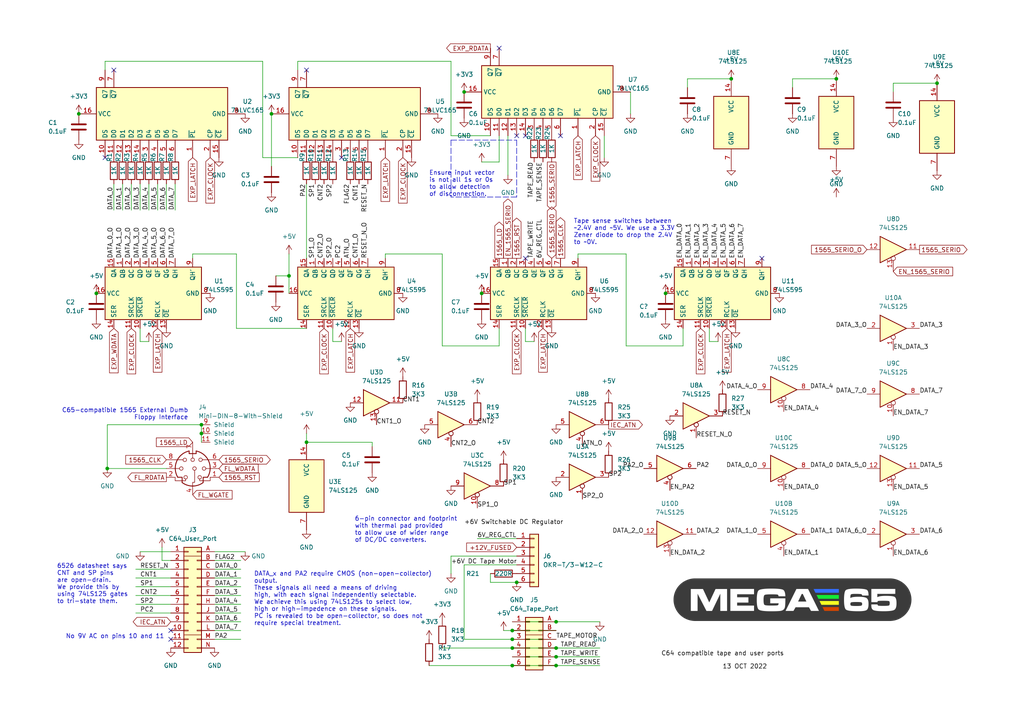
<source format=kicad_sch>
(kicad_sch (version 20211123) (generator eeschema)
  (paper "A4")
  (junction (at 242.57 22.86))
  (junction (at 161.29 180.34))
  (junction (at 149.86 168.91))
  (junction (at 22.86 33.02))
  (junction (at 58.42 125.73))
  (junction (at 161.29 187.96))
  (junction (at 58.42 123.19))
  (junction (at 161.29 190.5))
  (junction (at 161.29 193.04))
  (junction (at 271.78 24.13))
  (junction (at 31.115 135.89))
  (junction (at 134.62 26.67))
  (junction (at 139.7 85.09))
  (junction (at 148.59 185.42))
  (junction (at 148.59 193.04))
  (junction (at 193.04 85.09))
  (junction (at 27.94 85.09))
  (junction (at 83.82 80.01))
  (junction (at 88.9 128.27))
  (junction (at 212.09 22.86))
  (junction (at 148.59 187.96))
  (junction (at 148.59 182.88))
  (junction (at 78.74 33.02))
  (no_connect (at 162.56 39.37))
  (no_connect (at 88.9 20.32))
  (no_connect (at 144.78 13.97))
  (no_connect (at 33.02 20.32))
  (no_connect (at 30.48 45.72))
  (no_connect (at 149.86 39.37))
  (no_connect (at 152.4 39.37))
  (no_connect (at 99.06 45.72))
  (no_connect (at 152.4 74.93))
  (no_connect (at 49.53 182.88))
  (no_connect (at 49.53 185.42))
  (no_connect (at 220.98 74.93))
  (wire (pts (xy 43.18 99.06) (xy 40.64 99.06)))
  (wire (pts (xy 148.59 187.96) (xy 161.29 187.96)))
  (wire (pts (xy 62.23 172.72) (xy 69.85 172.72)))
  (wire (pts (xy 259.08 26.67) (xy 259.08 24.13)))
  (wire (pts (xy 31.115 123.19) (xy 31.115 135.89)))
  (wire (pts (xy 181.61 73.66) (xy 181.61 100.33)))
  (wire (pts (xy 58.42 123.19) (xy 31.115 123.19)))
  (wire (pts (xy 181.61 100.33) (xy 198.12 100.33)))
  (wire (pts (xy 62.23 185.42) (xy 69.85 185.42)))
  (wire (pts (xy 205.74 95.25) (xy 205.74 99.06)))
  (wire (pts (xy 124.46 193.04) (xy 148.59 193.04)))
  (wire (pts (xy 58.42 125.73) (xy 58.42 123.19)))
  (wire (pts (xy 62.23 182.88) (xy 69.85 182.88)))
  (wire (pts (xy 111.76 74.93) (xy 111.76 73.66)))
  (wire (pts (xy 86.36 17.78) (xy 130.81 17.78)))
  (wire (pts (xy 199.39 25.4) (xy 199.39 22.86)))
  (wire (pts (xy 40.64 60.96) (xy 40.64 53.34)))
  (wire (pts (xy 30.48 17.78) (xy 76.2 17.78)))
  (wire (pts (xy 142.24 168.91) (xy 149.86 168.91)))
  (wire (pts (xy 107.95 129.54) (xy 107.95 128.27)))
  (wire (pts (xy 229.87 25.4) (xy 229.87 22.86)))
  (wire (pts (xy 134.62 185.42) (xy 148.59 185.42)))
  (wire (pts (xy 167.64 74.93) (xy 167.64 73.66)))
  (wire (pts (xy 68.58 73.66) (xy 68.58 95.25)))
  (wire (pts (xy 148.59 182.88) (xy 161.29 182.88)))
  (polyline (pts (xy 149.86 57.15) (xy 130.81 57.15)))
  (wire (pts (xy 138.43 156.21) (xy 149.86 156.21)))
  (wire (pts (xy 142.24 166.37) (xy 142.24 168.91)))
  (wire (pts (xy 148.59 185.42) (xy 161.29 185.42)))
  (wire (pts (xy 88.9 125.73) (xy 88.9 128.27)))
  (wire (pts (xy 55.88 73.66) (xy 68.58 73.66)))
  (wire (pts (xy 259.08 24.13) (xy 271.78 24.13)))
  (wire (pts (xy 62.23 175.26) (xy 69.85 175.26)))
  (wire (pts (xy 99.06 99.06) (xy 96.52 99.06)))
  (wire (pts (xy 130.81 161.29) (xy 130.81 166.37)))
  (wire (pts (xy 78.74 33.02) (xy 78.74 48.26)))
  (wire (pts (xy 182.88 26.67) (xy 182.88 33.02)))
  (wire (pts (xy 62.23 165.1) (xy 69.85 165.1)))
  (wire (pts (xy 130.81 39.37) (xy 142.24 39.37)))
  (wire (pts (xy 149.86 163.83) (xy 134.62 163.83)))
  (wire (pts (xy 147.32 39.37) (xy 147.32 50.8)))
  (wire (pts (xy 76.2 45.72) (xy 86.36 45.72)))
  (wire (pts (xy 62.23 160.02) (xy 71.12 160.02)))
  (wire (pts (xy 83.82 85.09) (xy 83.82 80.01)))
  (wire (pts (xy 31.115 135.89) (xy 48.26 135.89)))
  (wire (pts (xy 39.37 165.1) (xy 49.53 165.1)))
  (wire (pts (xy 39.37 172.72) (xy 49.53 172.72)))
  (wire (pts (xy 86.36 17.78) (xy 86.36 20.32)))
  (wire (pts (xy 62.23 180.34) (xy 69.85 180.34)))
  (wire (pts (xy 149.86 161.29) (xy 130.81 161.29)))
  (wire (pts (xy 139.7 46.99) (xy 144.78 46.99)))
  (wire (pts (xy 199.39 22.86) (xy 212.09 22.86)))
  (wire (pts (xy 128.27 73.66) (xy 128.27 100.33)))
  (wire (pts (xy 39.37 175.26) (xy 49.53 175.26)))
  (wire (pts (xy 128.27 187.96) (xy 148.59 187.96)))
  (wire (pts (xy 68.58 95.25) (xy 88.9 95.25)))
  (wire (pts (xy 128.27 100.33) (xy 144.78 100.33)))
  (wire (pts (xy 148.59 190.5) (xy 161.29 190.5)))
  (wire (pts (xy 208.28 99.06) (xy 205.74 99.06)))
  (wire (pts (xy 30.48 20.32) (xy 30.48 17.78)))
  (wire (pts (xy 33.02 60.96) (xy 33.02 53.34)))
  (wire (pts (xy 144.78 39.37) (xy 144.78 46.99)))
  (wire (pts (xy 161.29 180.34) (xy 173.99 180.34)))
  (wire (pts (xy 62.23 162.56) (xy 69.85 162.56)))
  (wire (pts (xy 38.1 60.96) (xy 38.1 53.34)))
  (wire (pts (xy 152.4 95.25) (xy 152.4 99.06)))
  (wire (pts (xy 48.26 60.96) (xy 48.26 53.34)))
  (wire (pts (xy 134.62 163.83) (xy 134.62 185.42)))
  (wire (pts (xy 45.72 60.96) (xy 45.72 53.34)))
  (wire (pts (xy 55.88 74.93) (xy 55.88 73.66)))
  (wire (pts (xy 161.29 187.96) (xy 173.99 187.96)))
  (wire (pts (xy 49.53 162.56) (xy 46.99 162.56)))
  (polyline (pts (xy 130.81 40.64) (xy 149.86 40.64)))
  (polyline (pts (xy 130.81 40.64) (xy 130.81 57.15)))
  (wire (pts (xy 154.94 99.06) (xy 152.4 99.06)))
  (wire (pts (xy 80.01 80.01) (xy 83.82 80.01)))
  (wire (pts (xy 58.42 128.27) (xy 58.42 125.73)))
  (wire (pts (xy 76.2 17.78) (xy 76.2 45.72)))
  (wire (pts (xy 46.99 158.75) (xy 46.99 162.56)))
  (wire (pts (xy 148.59 193.04) (xy 161.29 193.04)))
  (wire (pts (xy 148.59 180.34) (xy 161.29 180.34)))
  (wire (pts (xy 40.64 95.25) (xy 40.64 99.06)))
  (wire (pts (xy 130.81 17.78) (xy 130.81 39.37)))
  (wire (pts (xy 43.18 60.96) (xy 43.18 53.34)))
  (wire (pts (xy 144.78 100.33) (xy 144.78 95.25)))
  (wire (pts (xy 175.26 39.37) (xy 175.26 45.72)))
  (wire (pts (xy 35.56 60.96) (xy 35.56 53.34)))
  (wire (pts (xy 96.52 95.25) (xy 96.52 99.06)))
  (wire (pts (xy 167.64 73.66) (xy 181.61 73.66)))
  (wire (pts (xy 40.64 160.02) (xy 49.53 160.02)))
  (wire (pts (xy 229.87 22.86) (xy 242.57 22.86)))
  (wire (pts (xy 62.23 177.8) (xy 69.85 177.8)))
  (polyline (pts (xy 149.86 40.64) (xy 149.86 57.15)))
  (wire (pts (xy 50.8 60.96) (xy 50.8 53.34)))
  (wire (pts (xy 62.23 170.18) (xy 69.85 170.18)))
  (wire (pts (xy 146.05 182.88) (xy 148.59 182.88)))
  (wire (pts (xy 161.29 190.5) (xy 173.99 190.5)))
  (wire (pts (xy 39.37 170.18) (xy 49.53 170.18)))
  (wire (pts (xy 161.29 193.04) (xy 173.99 193.04)))
  (wire (pts (xy 88.9 128.27) (xy 107.95 128.27)))
  (wire (pts (xy 198.12 100.33) (xy 198.12 95.25)))
  (wire (pts (xy 39.37 177.8) (xy 49.53 177.8)))
  (wire (pts (xy 111.76 73.66) (xy 128.27 73.66)))
  (wire (pts (xy 88.9 53.34) (xy 88.9 74.93)))
  (wire (pts (xy 83.82 80.01) (xy 83.82 73.66)))
  (wire (pts (xy 62.23 167.64) (xy 69.85 167.64)))
  (wire (pts (xy 39.37 167.64) (xy 49.53 167.64)))
  (image (at 229.87 173.99) (scale 0.21049))
  (text "No 9V AC on pins 10 and 11" (at 19.05 185.42 0) (effects (font (size 1.27 1.27)) (justify left bottom)))
  (text "6526 datasheet says\nCNT and SP pins\nare open-drain.\nWe provide this by \nusing 74LS125 gates\nto tri-state them." (at 16.51 175.26 0) (effects (font (size 1.27 1.27)) (justify left bottom)))
  (text "Ensure input vector\nis not all 1s or 0s\nto allow detection\nof disconnection." (at 124.46 57.15 0) (effects (font (size 1.27 1.27)) (justify left bottom)))
  (text "C65-compatible 1565 External Dumb\nFloppy Interface" (at 54.61 121.92 0) (effects (font (size 1.27 1.27)) (justify right bottom)))
  (text "6-pin connector and footprint\nwith thermal pad provided\nto allow use of wider range\nof DC/DC converters." (at 102.87 157.48 0) (effects (font (size 1.27 1.27)) (justify left bottom)))
  (text "Tape sense switches between \n~2.4V and ~5V. We use a 3.3V\nZener diode to drop the 2.4V\nto ~0V." (at 166.37 71.12 0) (effects (font (size 1.27 1.27)) (justify left bottom)))
  (text "DATA_x and PA2 require CMOS (non-open-collector)\noutput.\nThese signals all need a means of driving\nhigh, with each signal independently selectable.\nWe achieve this using 74LS125s to select low,\nhigh or high-impedence on these signals.\nPC is revealed to be open-collector, so does not\nrequire special treatment." (at 73.66 181.61 0) (effects (font (size 1.27 1.27)) (justify left bottom)))
  (label "CNT1_O" (at 109.22 123.19 0))
  (label "EN_DATA_5" (at 259.08 142.24 0))
  (label "PA2" (at 62.23 185.42 0))
  (label "DATA_7" (at 62.23 182.88 0))
  (label "DATA_0" (at 33.02 60.96 90))
  (label "DATA_6" (at 266.7 154.94 0))
  (label "PA2" (at 88.9 53.34 270))
  (label "DATA_2_O" (at 186.69 154.94 180))
  (label "FLAG2" (at 62.23 162.56 0))
  (label "RESET_N" (at 106.68 53.34 270))
  (label "SP2" (at 40.64 175.26 0))
  (label "DATA_0_O" (at 219.71 135.89 180))
  (label "6V_REG_CTL" (at 138.43 156.21 0))
  (label "DATA_3" (at 266.7 95.25 0))
  (label "TAPE_READ" (at 162.56 187.96 0))
  (label "DATA_4_O" (at 43.18 74.93 90))
  (label "FLAG2" (at 101.6 53.34 270))
  (label "DATA_2" (at 201.93 154.94 0))
  (label "RESET_N" (at 40.64 165.1 0))
  (label "EN_PA2" (at 194.31 142.24 0))
  (label "DATA_6" (at 48.26 60.96 90))
  (label "6V_REG_CTL" (at 157.48 74.93 90))
  (label "+6V DC Tape Motor" (at 130.81 163.83 0))
  (label "DATA_2" (at 38.1 60.96 90))
  (label "SP1" (at 91.44 53.34 270))
  (label "TAPE_SENSE" (at 162.56 193.04 0))
  (label "CNT1_O" (at 104.14 74.93 90))
  (label "EN_DATA_7" (at 259.08 120.65 0))
  (label "C64 compatible tape and user ports" (at 191.77 190.5 0))
  (label "DATA_6_O" (at 48.26 74.93 90))
  (label "DATA_4" (at 234.95 113.03 0))
  (label "EN_DATA_0" (at 198.12 74.93 90))
  (label "EN_DATA_6" (at 259.08 161.29 0))
  (label "DATA_2_O" (at 38.1 74.93 90))
  (label "EN_DATA_6" (at 213.36 74.93 90))
  (label "EN_DATA_1" (at 227.33 161.29 0))
  (label "SP2" (at 176.53 138.43 0))
  (label "CNT2" (at 40.64 172.72 0))
  (label "RESET_N_O" (at 201.93 127 0))
  (label "DATA_5_O" (at 45.72 74.93 90))
  (label "DATA_7_O" (at 50.8 74.93 90))
  (label "CNT2_O" (at 130.81 129.54 0))
  (label "EN_DATA_5" (at 210.82 74.93 90))
  (label "DATA_3_O" (at 251.46 95.25 180))
  (label "DATA_0" (at 62.23 165.1 0))
  (label "DATA_1" (at 234.95 154.94 0))
  (label "EN_DATA_3" (at 259.08 101.6 0))
  (label "SP2_O" (at 96.52 74.93 90))
  (label "ATN_O" (at 101.6 74.93 90))
  (label "PC2" (at 40.64 177.8 0))
  (label "EN_DATA_2" (at 194.31 161.29 0))
  (label "DATA_4" (at 62.23 175.26 0))
  (label "DATA_5" (at 62.23 177.8 0))
  (label "DATA_0" (at 234.95 135.89 0))
  (label "EN_DATA_4" (at 208.28 74.93 90))
  (label "PC2" (at 99.06 74.93 90))
  (label "DATA_3" (at 40.64 60.96 90))
  (label "DATA_0_O" (at 33.02 74.93 90))
  (label "DATA_4_O" (at 219.71 113.03 180))
  (label "RESET_N_O" (at 106.68 74.93 90))
  (label "SP2_O" (at 168.91 144.78 0))
  (label "DATA_5_O" (at 251.46 135.89 180))
  (label "DATA_3_O" (at 40.64 74.93 90))
  (label "SP1_O" (at 91.44 74.93 90))
  (label "SP1" (at 40.64 170.18 0))
  (label "CNT1" (at 104.14 53.34 270))
  (label "13 OCT 2022" (at 209.55 194.31 0))
  (label "DATA_2" (at 62.23 170.18 0))
  (label "DATA_4" (at 43.18 60.96 90))
  (label "+6V Switchable DC Regulator" (at 134.62 152.4 0))
  (label "DATA_5" (at 266.7 135.89 0))
  (label "DATA_3" (at 62.23 172.72 0))
  (label "DATA_7" (at 50.8 60.96 90))
  (label "SP1" (at 146.05 140.97 0))
  (label "CNT2_O" (at 93.98 74.93 90))
  (label "DATA_1" (at 62.23 167.64 0))
  (label "TAPE_READ" (at 154.94 46.99 270))
  (label "ATN_O" (at 168.91 129.54 0))
  (label "TAPE_MOTOR" (at 161.29 185.42 0))
  (label "DATA_1" (at 35.56 60.96 90))
  (label "PA2" (at 201.93 135.89 0))
  (label "EN_DATA_4" (at 227.33 119.38 0))
  (label "DATA_6_O" (at 251.46 154.94 180))
  (label "CNT2" (at 93.98 53.34 270))
  (label "EN_DATA_7" (at 215.9 74.93 90))
  (label "EN_DATA_2" (at 203.2 74.93 90))
  (label "CNT1" (at 40.64 167.64 0))
  (label "DATA_1_O" (at 219.71 154.94 180))
  (label "TAPE_WRITE" (at 162.56 190.5 0))
  (label "TAPE_SENSE" (at 157.48 46.99 270))
  (label "DATA_1_O" (at 35.56 74.93 90))
  (label "PA2_O" (at 186.69 135.89 180))
  (label "EN_DATA_3" (at 205.74 74.93 90))
  (label "CNT1" (at 116.84 116.84 0))
  (label "DATA_7" (at 266.7 114.3 0))
  (label "DATA_7_O" (at 251.46 114.3 180))
  (label "EN_DATA_0" (at 227.33 142.24 0))
  (label "CNT2" (at 138.43 123.19 0))
  (label "DATA_5" (at 45.72 60.96 90))
  (label "TAPE_WRITE" (at 154.94 74.93 90))
  (label "EN_DATA_1" (at 200.66 74.93 90))
  (label "SP1_O" (at 138.43 147.32 0))
  (label "DATA_6" (at 62.23 180.34 0))
  (label "RESET_N" (at 209.55 120.65 0))
  (label "SP2" (at 96.52 53.34 270))
  (global_label "EXP_LATCH" (shape input) (at 55.88 45.72 270) (property "Intersheet References" "${INTERSHEET_REFS}" (effects hide)))
  (global_label "EXP_CLOCK" (shape input) (at 60.96 45.72 270) (property "Intersheet References" "${INTERSHEET_REFS}" (effects hide)))
  (global_label "EN_1565_SERIO" (shape input) (at 259.08 78.74 0) (property "Intersheet References" "${INTERSHEET_REFS}" (effects hide)))
  (global_label "IEC_ATN" (shape bidirectional) (at 49.53 180.34 180) (property "Intersheet References" "${INTERSHEET_REFS}" (effects hide)))
  (global_label "1565_SERIO" (shape bidirectional) (at 63.5 133.35 0) (property "Intersheet References" "${INTERSHEET_REFS}" (effects hide)))
  (global_label "EXP_CLOCK" (shape input) (at 38.1 95.25 270) (property "Intersheet References" "${INTERSHEET_REFS}" (effects hide)))
  (global_label "FL_RDATA" (shape output) (at 48.26 138.43 180) (property "Intersheet References" "${INTERSHEET_REFS}" (effects hide)))
  (global_label "1565_SERIO" (shape bidirectional) (at 160.02 74.93 90) (property "Intersheet References" "${INTERSHEET_REFS}" (effects hide)))
  (global_label "1565_CLK" (shape input) (at 48.26 133.35 180) (property "Intersheet References" "${INTERSHEET_REFS}" (effects hide)))
  (global_label "EXP_CLOCK" (shape input) (at 203.2 95.25 270) (property "Intersheet References" "${INTERSHEET_REFS}" (effects hide)))
  (global_label "EXP_LATCH" (shape input) (at 111.76 45.72 270) (property "Intersheet References" "${INTERSHEET_REFS}" (effects hide)))
  (global_label "1565_SERIO_O" (shape input) (at 251.46 72.39 180) (property "Intersheet References" "${INTERSHEET_REFS}" (effects hide)))
  (global_label "FL_WGATE" (shape input) (at 55.88 143.51 0) (property "Intersheet References" "${INTERSHEET_REFS}" (effects hide)))
  (global_label "1565_RST" (shape input) (at 63.5 138.43 0) (property "Intersheet References" "${INTERSHEET_REFS}" (effects hide)))
  (global_label "1565_RST" (shape output) (at 149.86 74.93 90) (property "Intersheet References" "${INTERSHEET_REFS}" (effects hide)))
  (global_label "IEC_ATN" (shape output) (at 176.53 123.19 0) (property "Intersheet References" "${INTERSHEET_REFS}" (effects hide)))
  (global_label "1565_LD" (shape input) (at 55.88 128.27 180) (property "Intersheet References" "${INTERSHEET_REFS}" (effects hide)))
  (global_label "EXP_LATCH" (shape input) (at 167.64 39.37 270) (property "Intersheet References" "${INTERSHEET_REFS}" (effects hide)))
  (global_label "EXP_CLOCK" (shape input) (at 149.86 95.25 270) (property "Intersheet References" "${INTERSHEET_REFS}" (effects hide)))
  (global_label "1565_SERIO" (shape output) (at 160.02 46.99 270) (property "Intersheet References" "${INTERSHEET_REFS}" (effects hide)))
  (global_label "EXP_CLOCK" (shape input) (at 93.98 95.25 270) (property "Intersheet References" "${INTERSHEET_REFS}" (effects hide)))
  (global_label "FL_WDATA" (shape input) (at 63.5 135.89 0) (property "Intersheet References" "${INTERSHEET_REFS}" (effects hide)))
  (global_label "EN_1565_SERIO" (shape output) (at 147.32 74.93 90) (property "Intersheet References" "${INTERSHEET_REFS}" (effects hide)))
  (global_label "+12V_FUSED" (shape input) (at 149.86 158.75 180) (property "Intersheet References" "${INTERSHEET_REFS}" (effects hide)))
  (global_label "EXP_RDATA" (shape output) (at 142.24 13.97 180) (property "Intersheet References" "${INTERSHEET_REFS}" (effects hide)))
  (global_label "EXP_LATCH" (shape input) (at 210.82 95.25 270) (property "Intersheet References" "${INTERSHEET_REFS}" (effects hide)))
  (global_label "EXP_LATCH" (shape input) (at 157.48 95.25 270) (property "Intersheet References" "${INTERSHEET_REFS}" (effects hide)))
  (global_label "EXP_WDATA" (shape input) (at 33.02 95.25 270) (property "Intersheet References" "${INTERSHEET_REFS}" (effects hide)))
  (global_label "EXP_CLOCK" (shape input) (at 172.72 39.37 270) (property "Intersheet References" "${INTERSHEET_REFS}" (effects hide)))
  (global_label "EXP_LATCH" (shape input) (at 101.6 95.25 270) (property "Intersheet References" "${INTERSHEET_REFS}" (effects hide)))
  (global_label "1565_LD" (shape output) (at 144.78 74.93 90) (property "Intersheet References" "${INTERSHEET_REFS}" (effects hide)))
  (global_label "EXP_CLOCK" (shape input) (at 116.84 45.72 270) (property "Intersheet References" "${INTERSHEET_REFS}" (effects hide)))
  (global_label "1565_CLK" (shape output) (at 162.56 74.93 90) (property "Intersheet References" "${INTERSHEET_REFS}" (effects hide)))
  (global_label "1565_SERIO" (shape output) (at 266.7 72.39 0) (property "Intersheet References" "${INTERSHEET_REFS}" (effects hide)))
  (global_label "EXP_LATCH" (shape input) (at 45.72 95.25 270) (property "Intersheet References" "${INTERSHEET_REFS}" (effects hide)))
  (symbol (lib_id "Device:R") (at 96.52 49.53 0) (unit 1)
    (property "Reference" "R12" (at 95.25 46.99 90) (effects (justify left)))
    (property "Value" "1K" (at 96.52 50.8 90) (effects (justify left)))
    (property "Footprint" "snapeda:Labeled Resistor" (effects hide))
  )
  (symbol (lib_id "power:+3.3V") (at 139.7 46.99 0) (unit 1)
    (property "Reference" "#PWR052" (effects hide))
    (property "Value" "+3.3V" (at 139.7 41.91 0))
  )
  (symbol (lib_id "power:GND") (at 259.08 34.29 0) (unit 1)
    (property "Reference" "#PWR082" (effects hide))
    (property "Value" "GND" (at 259.08 39.37 0))
  )
  (symbol (lib_id "power:GND") (at 130.81 140.97 0) (unit 1)
    (property "Reference" "#PWR047" (effects hide))
    (property "Value" "GND" (at 130.81 146.05 0))
  )
  (symbol (lib_id "power:GND") (at 127 33.02 0) (unit 1)
    (property "Reference" "#PWR045" (effects hide))
    (property "Value" "GND" (at 127 38.1 0))
  )
  (symbol (lib_id "power:GND") (at 172.72 85.09 0) (unit 1)
    (property "Reference" "#PWR063" (effects hide))
    (property "Value" "GND" (at 172.72 90.17 0))
  )
  (symbol (lib_id "Device:R") (at 43.18 49.53 0) (unit 1)
    (property "Reference" "R5" (at 41.91 46.99 90) (effects (justify left)))
    (property "Value" "1K" (at 43.18 50.8 90) (effects (justify left)))
    (property "Footprint" "snapeda:Labeled Resistor" (effects hide))
  )
  (symbol (lib_id "74xx:74LS125") (at 194.31 154.94 0) (unit 4)
    (property "Reference" "U10" (at 194.31 146.05 0))
    (property "Value" "74LS125" (at 194.31 148.59 0))
    (property "Footprint" "snapeda:DIP-14_74LS06" (effects hide))
    (property "Datasheet" "http://www.ti.com/lit/gpn/sn74LS125" (effects hide))
  )
  (symbol (lib_id "power:+5V") (at 116.84 109.22 0) (unit 1)
    (property "Reference" "#PWR041" (effects hide))
    (property "Value" "+5V" (at 116.84 104.14 0))
  )
  (symbol (lib_id "74xx:74LS125") (at 194.31 135.89 0) (unit 2)
    (property "Reference" "U9" (at 194.31 127 0))
    (property "Value" "74LS125" (at 194.31 129.54 0))
    (property "Footprint" "snapeda:DIP-14_74LS06" (effects hide))
    (property "Datasheet" "http://www.ti.com/lit/gpn/sn74LS125" (effects hide))
  )
  (symbol (lib_id "power:GND") (at 175.26 45.72 0) (unit 1)
    (property "Reference" "#PWR065" (effects hide))
    (property "Value" "GND" (at 175.26 50.8 0))
  )
  (symbol (lib_id "power:GND") (at 27.94 92.71 0) (unit 1)
    (property "Reference" "#PWR018" (effects hide))
    (property "Value" "GND" (at 27.94 97.79 0))
  )
  (symbol (lib_id "power:+5V") (at 212.09 22.86 0) (unit 1)
    (property "Reference" "#PWR074" (effects hide))
    (property "Value" "+5V" (at 212.09 17.145 0))
  )
  (symbol (lib_id "Device:R") (at 35.56 49.53 0) (unit 1)
    (property "Reference" "R2" (at 34.29 46.99 90) (effects (justify left)))
    (property "Value" "1K" (at 35.56 50.8 90) (effects (justify left)))
    (property "Footprint" "snapeda:Labeled Resistor" (effects hide))
  )
  (symbol (lib_id "power:GND") (at 213.36 95.25 0) (unit 1)
    (property "Reference" "#PWR076" (effects hide))
    (property "Value" "GND" (at 213.36 100.33 0))
  )
  (symbol (lib_id "power:GND") (at 193.04 92.71 0) (unit 1)
    (property "Reference" "#PWR?" (effects hide))
    (property "Value" "GND" (at 193.04 97.79 0))
  )
  (symbol (lib_id "Device:R") (at 106.68 49.53 0) (unit 1)
    (property "Reference" "R15" (at 105.41 46.99 90) (effects (justify left)))
    (property "Value" "1K" (at 106.68 50.8 90) (effects (justify left)))
    (property "Footprint" "snapeda:Labeled Resistor" (effects hide))
  )
  (symbol (lib_id "power:GND") (at 123.19 123.19 0) (unit 1)
    (property "Reference" "#PWR043" (effects hide))
    (property "Value" "GND" (at 123.19 128.27 0))
  )
  (symbol (lib_id "power:GND") (at 149.86 168.91 0) (unit 1)
    (property "Reference" "#PWR058" (effects hide))
    (property "Value" "GND" (at 149.86 173.99 0))
  )
  (symbol (lib_id "Device:R") (at 146.05 137.16 0) (unit 1)
    (property "Reference" "R20" (at 148.59 135.8899 0) (effects (justify left)))
    (property "Value" "3K3" (at 148.59 138.4299 0) (effects (justify left)))
    (property "Footprint" "snapeda:Labeled Resistor" (effects hide))
  )
  (symbol (lib_id "Device:R") (at 128.27 184.15 0) (unit 1)
    (property "Reference" "R18" (at 130.81 182.8799 0) (effects (justify left)))
    (property "Value" "3K3" (at 130.81 185.4199 0) (effects (justify left)))
    (property "Footprint" "snapeda:Labeled Resistor" (effects hide))
  )
  (symbol (lib_id "74xx:74LS125") (at 259.08 95.25 0) (unit 1)
    (property "Reference" "U10" (at 259.08 86.36 0))
    (property "Value" "74LS125" (at 259.08 88.9 0))
    (property "Footprint" "snapeda:DIP-14_74LS06" (effects hide))
    (property "Datasheet" "http://www.ti.com/lit/gpn/sn74LS125" (effects hide))
  )
  (symbol (lib_id "power:GND") (at 212.09 48.26 0) (unit 1)
    (property "Reference" "#PWR075" (effects hide))
    (property "Value" "GND" (at 212.09 53.34 0))
  )
  (symbol (lib_id "power:+5V") (at 27.94 85.09 0) (unit 1)
    (property "Reference" "#PWR017" (effects hide))
    (property "Value" "+5V" (at 27.94 80.01 0))
  )
  (symbol (lib_id "power:+3.3V") (at 22.86 33.02 0) (unit 1)
    (property "Reference" "#PWR015" (effects hide))
    (property "Value" "+3.3V" (at 22.86 27.94 0))
  )
  (symbol (lib_id "power:+3.3V") (at 78.74 33.02 0) (unit 1)
    (property "Reference" "#PWR030" (effects hide))
    (property "Value" "+3.3V" (at 78.74 27.94 0))
  )
  (symbol (lib_id "Device:R") (at 146.05 166.37 270) (unit 1)
    (property "Reference" "R21" (at 137.16 166.37 90))
    (property "Value" "220R" (at 146.05 166.37 90))
    (property "Footprint" "snapeda:Labeled Resistor" (effects hide))
  )
  (symbol (lib_id "74xx:74LS165") (at 45.72 33.02 90) (unit 1)
    (property "Reference" "U2" (at 71.755 29.4386 90))
    (property "Value" "74LVC165" (at 71.755 31.9786 90))
    (property "Footprint" "snapeda:DIP-16_LVC_Family" (effects hide))
    (property "Datasheet" "https://www.ti.com/lit/ds/symlink/sn74ls165a.pdf" (effects hide))
  )
  (symbol (lib_id "Device:C") (at 134.62 30.48 0) (unit 1)
    (property "Reference" "C6" (at 135.89 33.02 0) (effects (justify left)))
    (property "Value" "0.1uF" (at 135.89 35.56 0) (effects (justify left)))
    (property "Footprint" "Capacitor_THT:C_Disc_D5.0mm_W2.5mm_P5.00mm" (effects hide))
  )
  (symbol (lib_id "74xx:74LS125") (at 201.93 120.65 0) (unit 1)
    (property "Reference" "U8" (at 201.93 111.76 0))
    (property "Value" "74LS125" (at 201.93 114.3 0))
    (property "Footprint" "snapeda:DIP-14_74LS06" (effects hide))
    (property "Datasheet" "http://www.ti.com/lit/gpn/sn74LS125" (effects hide))
  )
  (symbol (lib_id "power:+5V") (at 154.94 99.06 0) (unit 1)
    (property "Reference" "#PWR059" (effects hide))
    (property "Value" "+5V" (at 154.94 93.98 0))
  )
  (symbol (lib_id "74xx:74LS125") (at 212.09 35.56 0) (unit 5)
    (property "Reference" "U8" (at 210.82 15.24 0) (effects (justify left)))
    (property "Value" "74LS125" (at 208.28 17.78 0) (effects (justify left)))
    (property "Footprint" "snapeda:DIP-14_74LS06" (effects hide))
    (property "Datasheet" "http://www.ti.com/lit/gpn/sn74LS125" (effects hide))
  )
  (symbol (lib_id "Device:C") (at 80.01 83.82 0) (unit 1)
    (property "Reference" "C4" (at 71.12 82.55 0) (effects (justify left)))
    (property "Value" "0.1uF" (at 71.12 85.09 0) (effects (justify left)))
    (property "Footprint" "Capacitor_THT:C_Disc_D5.0mm_W2.5mm_P5.00mm" (effects hide))
  )
  (symbol (lib_id "Device:C") (at 22.86 36.83 0) (unit 1)
    (property "Reference" "C1" (at 13.97 35.56 0) (effects (justify left)))
    (property "Value" "0.1uF" (at 13.97 38.1 0) (effects (justify left)))
    (property "Footprint" "Capacitor_THT:C_Disc_D5.0mm_W2.5mm_P5.00mm" (effects hide))
  )
  (symbol (lib_id "power:GND") (at 48.26 95.25 0) (unit 1)
    (property "Reference" "#PWR023" (effects hide))
    (property "Value" "GND" (at 48.26 100.33 0))
  )
  (symbol (lib_id "74xx:74LS125") (at 168.91 138.43 0) (unit 1)
    (property "Reference" "U3" (at 168.91 129.54 0))
    (property "Value" "74LS125" (at 168.91 132.08 0))
    (property "Footprint" "snapeda:DIP-14_74LS06" (effects hide))
    (property "Datasheet" "http://www.ti.com/lit/gpn/sn74LS125" (effects hide))
  )
  (symbol (lib_id "Device:R") (at 138.43 119.38 0) (unit 1)
    (property "Reference" "R19" (at 140.97 118.1099 0) (effects (justify left)))
    (property "Value" "3K3" (at 140.97 120.6499 0) (effects (justify left)))
    (property "Footprint" "snapeda:Labeled Resistor" (effects hide))
  )
  (symbol (lib_id "Device:R") (at 93.98 49.53 0) (unit 1)
    (property "Reference" "R11" (at 92.71 46.99 90) (effects (justify left)))
    (property "Value" "1K" (at 93.98 50.8 90) (effects (justify left)))
    (property "Footprint" "snapeda:Labeled Resistor" (effects hide))
  )
  (symbol (lib_id "power:GND") (at 161.29 123.19 0) (unit 1)
    (property "Reference" "#PWR061" (effects hide))
    (property "Value" "GND" (at 161.29 128.27 0))
  )
  (symbol (lib_id "power:+5V") (at 176.53 130.81 0) (unit 1)
    (property "Reference" "#PWR067" (effects hide))
    (property "Value" "+5V" (at 176.53 125.73 0))
  )
  (symbol (lib_id "Device:R") (at 48.26 49.53 0) (unit 1)
    (property "Reference" "R7" (at 46.99 46.99 90) (effects (justify left)))
    (property "Value" "1K" (at 48.26 50.8 90) (effects (justify left)))
    (property "Footprint" "snapeda:Labeled Resistor" (effects hide))
  )
  (symbol (lib_id "74xx:74LS125") (at 88.9 140.97 0) (unit 5)
    (property "Reference" "U3" (at 95.25 139.6999 0) (effects (justify left)))
    (property "Value" "74LS125" (at 95.25 142.2399 0) (effects (justify left)))
    (property "Footprint" "snapeda:DIP-14_74LS06" (effects hide))
    (property "Datasheet" "http://www.ti.com/lit/gpn/sn74LS125" (effects hide))
  )
  (symbol (lib_id "power:GND") (at 226.06 85.09 0) (unit 1)
    (property "Reference" "#PWR077" (effects hide))
    (property "Value" "GND" (at 226.06 90.17 0))
  )
  (symbol (lib_id "power:GND") (at 22.86 40.64 0) (unit 1)
    (property "Reference" "#PWR016" (effects hide))
    (property "Value" "GND" (at 22.86 45.72 0))
  )
  (symbol (lib_id "power:GND") (at 271.78 49.53 0) (unit 1)
    (property "Reference" "#PWR084" (effects hide))
    (property "Value" "GND" (at 271.78 54.61 0))
  )
  (symbol (lib_id "Device:C") (at 259.08 30.48 0) (unit 1)
    (property "Reference" "C10" (at 260.35 33.02 0) (effects (justify left)))
    (property "Value" "0.1uF" (at 260.35 35.56 0) (effects (justify left)))
    (property "Footprint" "Capacitor_THT:C_Disc_D5.0mm_W2.5mm_P5.00mm" (effects hide))
  )
  (symbol (lib_id "power:GND") (at 62.23 187.96 0) (unit 1)
    (property "Reference" "#PWR026" (effects hide))
    (property "Value" "GND" (at 62.23 193.04 0))
  )
  (symbol (lib_id "power:+5V") (at 88.9 125.73 0) (unit 1)
    (property "Reference" "#PWR034" (effects hide))
    (property "Value" "+5V" (at 88.9 120.015 0))
  )
  (symbol (lib_id "Device:R") (at 45.72 49.53 0) (unit 1)
    (property "Reference" "R6" (at 44.45 46.99 90) (effects (justify left)))
    (property "Value" "1K" (at 45.72 50.8 90) (effects (justify left)))
    (property "Footprint" "snapeda:Labeled Resistor" (effects hide))
  )
  (symbol (lib_id "power:+5V") (at 83.82 73.66 0) (unit 1)
    (property "Reference" "#PWR033" (effects hide))
    (property "Value" "+5V" (at 83.82 68.58 0))
  )
  (symbol (lib_id "power:GND") (at 71.12 160.02 0) (unit 1)
    (property "Reference" "#PWR029" (effects hide))
    (property "Value" "GND" (at 74.93 161.29 0))
  )
  (symbol (lib_id "74xx:74LS125") (at 259.08 72.39 0) (unit 4)
    (property "Reference" "U8" (at 259.08 63.5 0))
    (property "Value" "74LS125" (at 259.08 66.04 0))
    (property "Footprint" "snapeda:DIP-14_74LS06" (effects hide))
    (property "Datasheet" "http://www.ti.com/lit/gpn/sn74LS125" (effects hide))
  )
  (symbol (lib_id "power:GND") (at 147.32 50.8 0) (unit 1)
    (property "Reference" "#PWR057" (effects hide))
    (property "Value" "GND" (at 147.32 55.88 0))
  )
  (symbol (lib_id "74xx:74LS595") (at 99.06 85.09 90) (unit 1)
    (property "Reference" "U4" (at 119.38 81.5086 90))
    (property "Value" "74LS595" (at 119.38 84.0486 90))
    (property "Footprint" "snapeda:DIP-16_LS_Family" (effects hide))
    (property "Datasheet" "http://www.ti.com/lit/gpn/sn74ls595" (effects hide))
  )
  (symbol (lib_id "power:GND") (at 229.87 33.02 0) (unit 1)
    (property "Reference" "#PWR078" (effects hide))
    (property "Value" "GND" (at 229.87 38.1 0))
  )
  (symbol (lib_id "power:GND") (at 199.39 33.02 0) (unit 1)
    (property "Reference" "#PWR071" (effects hide))
    (property "Value" "GND" (at 199.39 38.1 0))
  )
  (symbol (lib_id "74xx:74LS125") (at 227.33 135.89 0) (unit 3)
    (property "Reference" "U10" (at 227.33 127 0))
    (property "Value" "74LS125" (at 227.33 129.54 0))
    (property "Footprint" "snapeda:DIP-14_74LS06" (effects hide))
    (property "Datasheet" "http://www.ti.com/lit/gpn/sn74LS125" (effects hide))
  )
  (symbol (lib_id "00Project-TapePort:C64_Tape_Port") (at 153.67 185.42 0) (unit 1)
    (property "Reference" "J5" (at 154.94 173.99 0))
    (property "Value" "C64_Tape_Port" (at 154.94 176.53 0))
    (property "Footprint" "HackupNet:C64-Cassette-Port-Male" (effects hide))
  )
  (symbol (lib_id "power:GND") (at 60.96 85.09 0) (unit 1)
    (property "Reference" "#PWR025" (effects hide))
    (property "Value" "GND" (at 60.96 90.17 0))
  )
  (symbol (lib_id "Device:R") (at 40.64 49.53 0) (unit 1)
    (property "Reference" "R4" (at 39.37 46.99 90) (effects (justify left)))
    (property "Value" "1K" (at 40.64 50.8 90) (effects (justify left)))
    (property "Footprint" "snapeda:Labeled Resistor" (effects hide))
  )
  (symbol (lib_id "power:GND") (at 49.53 187.96 0) (unit 1)
    (property "Reference" "#PWR024" (effects hide))
    (property "Value" "GND" (at 49.53 193.04 0))
  )
  (symbol (lib_id "power:GND") (at 40.64 160.02 0) (unit 1)
    (property "Reference" "#PWR020" (effects hide))
    (property "Value" "GND" (at 35.56 161.29 0))
  )
  (symbol (lib_id "power:+3.3V") (at 124.46 185.42 0) (unit 1)
    (property "Reference" "#PWR044" (effects hide))
    (property "Value" "+3.3V" (at 124.46 180.34 0))
  )
  (symbol (lib_id "74xx:74LS595") (at 43.18 85.09 90) (unit 1)
    (property "Reference" "U1" (at 63.5 81.5086 90))
    (property "Value" "74LS595" (at 63.5 84.0486 90))
    (property "Footprint" "snapeda:DIP-16_LS_Family" (effects hide))
    (property "Datasheet" "http://www.ti.com/lit/gpn/sn74ls595" (effects hide))
  )
  (symbol (lib_id "power:+5V") (at 99.06 99.06 0) (unit 1)
    (property "Reference" "#PWR036" (effects hide))
    (property "Value" "+5V" (at 99.06 93.98 0))
  )
  (symbol (lib_id "Device:C") (at 199.39 29.21 0) (unit 1)
    (property "Reference" "C8" (at 200.66 31.75 0) (effects (justify left)))
    (property "Value" "0.1uF" (at 200.66 34.29 0) (effects (justify left)))
    (property "Footprint" "Capacitor_THT:C_Disc_D5.0mm_W2.5mm_P5.00mm" (effects hide))
  )
  (symbol (lib_id "Device:R") (at 50.8 49.53 0) (unit 1)
    (property "Reference" "R8" (at 49.53 46.99 90) (effects (justify left)))
    (property "Value" "1K" (at 50.8 50.8 90) (effects (justify left)))
    (property "Footprint" "snapeda:Labeled Resistor" (effects hide))
  )
  (symbol (lib_id "Device:R") (at 104.14 49.53 0) (unit 1)
    (property "Reference" "R14" (at 102.87 46.99 90) (effects (justify left)))
    (property "Value" "1K" (at 104.14 50.8 90) (effects (justify left)))
    (property "Footprint" "snapeda:Labeled Resistor" (effects hide))
  )
  (symbol (lib_id "Device:R") (at 160.02 43.18 0) (unit 1)
    (property "Reference" "R24" (at 158.75 40.64 90) (effects (justify left)))
    (property "Value" "1K" (at 160.02 44.45 90) (effects (justify left)))
    (property "Footprint" "snapeda:Labeled Resistor" (effects hide))
  )
  (symbol (lib_id "Device:R") (at 101.6 49.53 0) (unit 1)
    (property "Reference" "R13" (at 100.33 46.99 90) (effects (justify left)))
    (property "Value" "1K" (at 101.6 50.8 90) (effects (justify left)))
    (property "Footprint" "snapeda:Labeled Resistor" (effects hide))
  )
  (symbol (lib_id "74xx:74LS125") (at 168.91 123.19 0) (unit 2)
    (property "Reference" "U8" (at 168.91 114.3 0))
    (property "Value" "74LS125" (at 168.91 116.84 0))
    (property "Footprint" "snapeda:DIP-14_74LS06" (effects hide))
    (property "Datasheet" "http://www.ti.com/lit/gpn/sn74LS125" (effects hide))
  )
  (symbol (lib_id "Device:R") (at 176.53 134.62 0) (unit 1)
    (property "Reference" "R26" (at 179.07 133.3499 0) (effects (justify left)))
    (property "Value" "3K3" (at 179.07 135.8899 0) (effects (justify left)))
    (property "Footprint" "snapeda:Labeled Resistor" (effects hide))
  )
  (symbol (lib_id "power:+5V") (at 146.05 182.88 0) (unit 1)
    (property "Reference" "#PWR056" (effects hide))
    (property "Value" "+5V" (at 146.05 177.8 0))
  )
  (symbol (lib_id "power:+3.3V") (at 128.27 180.34 0) (unit 1)
    (property "Reference" "#PWR046" (effects hide))
    (property "Value" "+3.3V" (at 128.27 175.26 0))
  )
  (symbol (lib_id "Device:R") (at 38.1 49.53 0) (unit 1)
    (property "Reference" "R3" (at 36.83 46.99 90) (effects (justify left)))
    (property "Value" "1K" (at 38.1 50.8 90) (effects (justify left)))
    (property "Footprint" "snapeda:Labeled Resistor" (effects hide))
  )
  (symbol (lib_id "74xx:74LS125") (at 271.78 36.83 0) (unit 5)
    (property "Reference" "U9" (at 270.51 16.51 0) (effects (justify left)))
    (property "Value" "74LS125" (at 267.97 19.05 0) (effects (justify left)))
    (property "Footprint" "snapeda:DIP-14_74LS06" (effects hide))
    (property "Datasheet" "http://www.ti.com/lit/gpn/sn74LS125" (effects hide))
  )
  (symbol (lib_id "Device:R") (at 33.02 49.53 0) (unit 1)
    (property "Reference" "R1" (at 31.75 46.99 90) (effects (justify left)))
    (property "Value" "1K" (at 33.02 50.8 90) (effects (justify left)))
    (property "Footprint" "snapeda:Labeled Resistor" (effects hide))
  )
  (symbol (lib_id "Device:R") (at 157.48 43.18 0) (unit 1)
    (property "Reference" "R23" (at 156.21 40.64 90) (effects (justify left)))
    (property "Value" "1K" (at 157.48 44.45 90) (effects (justify left)))
    (property "Footprint" "snapeda:Labeled Resistor" (effects hide))
  )
  (symbol (lib_id "power:GND") (at 71.12 33.02 0) (unit 1)
    (property "Reference" "#PWR028" (effects hide))
    (property "Value" "GND" (at 71.12 38.1 0))
  )
  (symbol (lib_id "power:GND") (at 80.01 87.63 0) (unit 1)
    (property "Reference" "#PWR032" (effects hide))
    (property "Value" "GND" (at 80.01 92.71 0))
  )
  (symbol (lib_id "power:GND") (at 63.5 45.72 0) (unit 1)
    (property "Reference" "#PWR027" (effects hide))
    (property "Value" "GND" (at 63.5 50.8 0))
  )
  (symbol (lib_id "power:GND") (at 107.95 137.16 0) (unit 1)
    (property "Reference" "#PWR039" (effects hide))
    (property "Value" "GND" (at 107.95 142.24 0))
  )
  (symbol (lib_id "power:GND") (at 160.02 95.25 0) (unit 1)
    (property "Reference" "#PWR060" (effects hide))
    (property "Value" "GND" (at 160.02 100.33 0))
  )
  (symbol (lib_id "74xx:74LS595") (at 208.28 85.09 90) (unit 1)
    (property "Reference" "U11" (at 228.6 81.5086 90))
    (property "Value" "74LS595" (at 228.6 84.0486 90))
    (property "Footprint" "snapeda:DIP-16_LS_Family" (effects hide))
    (property "Datasheet" "http://www.ti.com/lit/gpn/sn74ls595" (effects hide))
  )
  (symbol (lib_id "power:GND") (at 31.115 135.89 0) (unit 1)
    (property "Reference" "#PWR019" (effects hide))
    (property "Value" "GND" (at 31.115 140.97 0))
  )
  (symbol (lib_id "74xx:74LS125") (at 259.08 154.94 0) (unit 1)
    (property "Reference" "U9" (at 259.08 146.05 0))
    (property "Value" "74LS125" (at 259.08 148.59 0))
    (property "Footprint" "snapeda:DIP-14_74LS06" (effects hide))
    (property "Datasheet" "http://www.ti.com/lit/gpn/sn74LS125" (effects hide))
  )
  (symbol (lib_id "power:GND") (at 116.84 85.09 0) (unit 1)
    (property "Reference" "#PWR040" (effects hide))
    (property "Value" "GND" (at 116.84 90.17 0))
  )
  (symbol (lib_id "Connector_Generic:Conn_01x06") (at 154.94 161.29 0) (unit 1)
    (property "Reference" "J6" (at 157.48 161.2899 0) (effects (justify left)))
    (property "Value" "OKR-T/3-W12-C" (at 157.48 163.8299 0) (effects (justify left)))
    (property "Footprint" "snapeda:TO-220-FP-5" (effects hide))
  )
  (symbol (lib_id "Device:C") (at 229.87 29.21 0) (unit 1)
    (property "Reference" "C9" (at 231.14 31.75 0) (effects (justify left)))
    (property "Value" "0.1uF" (at 231.14 34.29 0) (effects (justify left)))
    (property "Footprint" "Capacitor_THT:C_Disc_D5.0mm_W2.5mm_P5.00mm" (effects hide))
  )
  (symbol (lib_id "power:GND") (at 119.38 45.72 0) (unit 1)
    (property "Reference" "#PWR042" (effects hide))
    (property "Value" "GND" (at 119.38 50.8 0))
  )
  (symbol (lib_id "power:+5V") (at 242.57 22.86 0) (unit 1)
    (property "Reference" "#PWR079" (effects hide))
    (property "Value" "+5V" (at 242.57 17.145 0))
  )
  (symbol (lib_id "power:GND") (at 101.6 116.84 0) (unit 1)
    (property "Reference" "#PWR037" (effects hide))
    (property "Value" "GND" (at 101.6 121.92 0))
  )
  (symbol (lib_id "74xx:74LS125") (at 138.43 140.97 0) (unit 3)
    (property "Reference" "U3" (at 138.43 132.08 0))
    (property "Value" "74LS125" (at 138.43 134.62 0))
    (property "Footprint" "snapeda:DIP-14_74LS06" (effects hide))
    (property "Datasheet" "http://www.ti.com/lit/gpn/sn74LS125" (effects hide))
  )
  (symbol (lib_id "74xx:74LS595") (at 154.94 85.09 90) (unit 1)
    (property "Reference" "U6" (at 175.26 81.5086 90))
    (property "Value" "74LS595" (at 175.26 84.0486 90))
    (property "Footprint" "snapeda:DIP-16_LS_Family" (effects hide))
    (property "Datasheet" "http://www.ti.com/lit/gpn/sn74ls595" (effects hide))
  )
  (symbol (lib_id "power:GND") (at 139.7 92.71 0) (unit 1)
    (property "Reference" "#PWR054" (effects hide))
    (property "Value" "GND" (at 139.7 97.79 0))
  )
  (symbol (lib_id "74xx:74LS125") (at 227.33 154.94 0) (unit 2)
    (property "Reference" "U10" (at 227.33 146.05 0))
    (property "Value" "74LS125" (at 227.33 148.59 0))
    (property "Footprint" "snapeda:DIP-14_74LS06" (effects hide))
    (property "Datasheet" "http://www.ti.com/lit/gpn/sn74LS125" (effects hide))
  )
  (symbol (lib_id "Device:C") (at 139.7 88.9 0) (unit 1)
    (property "Reference" "C7" (at 130.81 87.63 0) (effects (justify left)))
    (property "Value" "0.1uF" (at 130.81 90.17 0) (effects (justify left)))
    (property "Footprint" "Capacitor_THT:C_Disc_D5.0mm_W2.5mm_P5.00mm" (effects hide))
  )
  (symbol (lib_id "power:GND") (at 134.62 34.29 0) (unit 1)
    (property "Reference" "#PWR050" (effects hide))
    (property "Value" "GND" (at 134.62 39.37 0))
  )
  (symbol (lib_id "power:+5V") (at 46.99 158.75 0) (unit 1)
    (property "Reference" "#PWR022" (effects hide))
    (property "Value" "+5V" (at 46.99 153.67 0))
  )
  (symbol (lib_id "power:+5V") (at 176.53 115.57 0) (unit 1)
    (property "Reference" "#PWR066" (effects hide))
    (property "Value" "+5V" (at 176.53 110.49 0))
  )
  (symbol (lib_id "74xx:74LS125") (at 227.33 113.03 0) (unit 3)
    (property "Reference" "U8" (at 227.33 104.14 0))
    (property "Value" "74LS125" (at 227.33 106.68 0))
    (property "Footprint" "snapeda:DIP-14_74LS06" (effects hide))
    (property "Datasheet" "http://www.ti.com/lit/gpn/sn74LS125" (effects hide))
  )
  (symbol (lib_id "power:+5V") (at 193.04 85.09 0) (unit 1)
    (property "Reference" "#PWR069" (effects hide))
    (property "Value" "+5V" (at 193.04 80.01 0))
  )
  (symbol (lib_id "power:GND") (at 182.88 33.02 0) (unit 1)
    (property "Reference" "#PWR068" (effects hide))
    (property "Value" "GND" (at 182.88 38.1 0))
  )
  (symbol (lib_id "74xx:74LS165") (at 101.6 33.02 90) (unit 1)
    (property "Reference" "U5" (at 127.635 29.4386 90))
    (property "Value" "74LVC165" (at 127.635 31.9786 90))
    (property "Footprint" "snapeda:DIP-16_LVC_Family" (effects hide))
    (property "Datasheet" "https://www.ti.com/lit/ds/symlink/sn74ls165a.pdf" (effects hide))
  )
  (symbol (lib_id "74xx:74LS125") (at 109.22 116.84 0) (unit 4)
    (property "Reference" "U3" (at 109.22 107.95 0))
    (property "Value" "74LS125" (at 109.22 110.49 0))
    (property "Footprint" "snapeda:DIP-14_74LS06" (effects hide))
    (property "Datasheet" "http://www.ti.com/lit/gpn/sn74LS125" (effects hide))
  )
  (symbol (lib_id "Device:R") (at 124.46 189.23 0) (unit 1)
    (property "Reference" "R17" (at 127 187.9599 0) (effects (justify left)))
    (property "Value" "3K3" (at 127 190.4999 0) (effects (justify left)))
    (property "Footprint" "snapeda:Labeled Resistor" (effects hide))
  )
  (symbol (lib_id "power:+5V") (at 138.43 115.57 0) (unit 1)
    (property "Reference" "#PWR051" (effects hide))
    (property "Value" "+5V" (at 138.43 110.49 0))
  )
  (symbol (lib_id "74xx:74LS125") (at 130.81 123.19 0) (unit 2)
    (property "Reference" "U3" (at 130.81 114.3 0))
    (property "Value" "74LS125" (at 130.81 116.84 0))
    (property "Footprint" "snapeda:DIP-14_74LS06" (effects hide))
    (property "Datasheet" "http://www.ti.com/lit/gpn/sn74LS125" (effects hide))
  )
  (symbol (lib_id "power:+5V") (at 271.78 24.13 0) (unit 1)
    (property "Reference" "#PWR083" (effects hide))
    (property "Value" "+5V" (at 271.78 18.415 0))
  )
  (symbol (lib_id "power:+3.3V") (at 134.62 26.67 0) (unit 1)
    (property "Reference" "#PWR049" (effects hide))
    (property "Value" "+3.3V" (at 134.62 21.59 0))
  )
  (symbol (lib_id "Device:R") (at 91.44 49.53 0) (unit 1)
    (property "Reference" "R10" (at 90.17 46.99 90) (effects (justify left)))
    (property "Value" "1K" (at 91.44 50.8 90) (effects (justify left)))
    (property "Footprint" "snapeda:Labeled Resistor" (effects hide))
  )
  (symbol (lib_id "Device:R") (at 154.94 43.18 0) (unit 1)
    (property "Reference" "R22" (at 153.67 40.64 90) (effects (justify left)))
    (property "Value" "1K" (at 154.94 44.45 90) (effects (justify left)))
    (property "Footprint" "snapeda:Labeled Resistor" (effects hide))
  )
  (symbol (lib_id "00Project-TapePort:C64_User_Port") (at 54.61 172.72 0) (unit 1)
    (property "Reference" "J3" (at 55.88 153.67 0))
    (property "Value" "C64_User_Port" (at 55.88 156.21 0))
    (property "Footprint" "snapeda:C64-User-Port-Male" (effects hide))
  )
  (symbol (lib_id "Device:C") (at 27.94 88.9 0) (unit 1)
    (property "Reference" "C2" (at 19.05 87.63 0) (effects (justify left)))
    (property "Value" "0.1uF" (at 19.05 90.17 0) (effects (justify left)))
    (property "Footprint" "Capacitor_THT:C_Disc_D5.0mm_W2.5mm_P5.00mm" (effects hide))
  )
  (symbol (lib_id "power:+5V") (at 209.55 113.03 0) (unit 1)
    (property "Reference" "#PWR073" (effects hide))
    (property "Value" "+5V" (at 209.55 107.95 0))
  )
  (symbol (lib_id "power:+5V") (at 242.57 57.15 0) (unit 1)
    (property "Reference" "#PWR081" (effects hide))
    (property "Value" "+5V" (at 242.57 52.07 0))
  )
  (symbol (lib_id "power:GND") (at 78.74 55.88 0) (unit 1)
    (property "Reference" "#PWR031" (effects hide))
    (property "Value" "GND" (at 78.74 60.96 0))
  )
  (symbol (lib_id "Device:R") (at 88.9 49.53 0) (unit 1)
    (property "Reference" "R9" (at 87.63 46.99 90) (effects (justify left)))
    (property "Value" "1K" (at 88.9 50.8 90) (effects (justify left)))
    (property "Footprint" "snapeda:Labeled Resistor" (effects hide))
  )
  (symbol (lib_id "power:GND") (at 173.99 180.34 0) (unit 1)
    (property "Reference" "#PWR064" (effects hide))
    (property "Value" "GND" (at 173.99 185.42 0))
  )
  (symbol (lib_id "00Project-SDF-60J:Mini-DIN-8-With-Shield") (at 55.88 135.89 0) (unit 1)
    (property "Reference" "J4" (at 57.5311 118.11 0) (effects (justify left)))
    (property "Value" "Mini-DIN-8-With-Shield" (at 57.5311 120.65 0) (effects (justify left)))
    (property "Footprint" "snapeda:mini-DIN-8" (effects hide))
    (property "Datasheet" "http://service.powerdynamics.com/ec/Catalog17/Section%2011.pdf" (effects hide))
  )
  (symbol (lib_id "74xx:74LS125") (at 242.57 35.56 0) (unit 5)
    (property "Reference" "U10" (at 241.3 15.24 0) (effects (justify left)))
    (property "Value" "74LS125" (at 238.76 17.78 0) (effects (justify left)))
    (property "Footprint" "snapeda:DIP-14_74LS06" (effects hide))
    (property "Datasheet" "http://www.ti.com/lit/gpn/sn74LS125" (effects hide))
  )
  (symbol (lib_id "74xx:74LS125") (at 259.08 114.3 0) (unit 3)
    (property "Reference" "U9" (at 259.08 105.41 0))
    (property "Value" "74LS125" (at 259.08 107.95 0))
    (property "Footprint" "snapeda:DIP-14_74LS06" (effects hide))
    (property "Datasheet" "http://www.ti.com/lit/gpn/sn74LS125" (effects hide))
  )
  (symbol (lib_id "power:GND") (at 130.81 166.37 0) (unit 1)
    (property "Reference" "#PWR048" (effects hide))
    (property "Value" "GND" (at 130.81 171.45 0))
  )
  (symbol (lib_id "power:+5V") (at 146.05 133.35 0) (unit 1)
    (property "Reference" "#PWR055" (effects hide))
    (property "Value" "+5V" (at 146.05 128.27 0))
  )
  (symbol (lib_id "Device:R") (at 116.84 113.03 0) (unit 1)
    (property "Reference" "R16" (at 119.38 111.7599 0) (effects (justify left)))
    (property "Value" "3K3" (at 119.38 114.2999 0) (effects (justify left)))
    (property "Footprint" "snapeda:Labeled Resistor" (effects hide))
  )
  (symbol (lib_id "Device:C") (at 193.04 88.9 0) (unit 1)
    (property "Reference" "C?" (at 185.42 88.9 0) (effects (justify left)))
    (property "Value" "0.1uF" (at 185.42 91.44 0) (effects (justify left)))
    (property "Footprint" "Capacitor_THT:C_Disc_D5.0mm_W2.5mm_P5.00mm" (effects hide))
  )
  (symbol (lib_id "power:GND") (at 104.14 95.25 0) (unit 1)
    (property "Reference" "#PWR038" (effects hide))
    (property "Value" "GND" (at 104.14 100.33 0))
  )
  (symbol (lib_id "74xx:74LS165") (at 157.48 26.67 90) (unit 1)
    (property "Reference" "U7" (at 183.515 23.0886 90))
    (property "Value" "74LVC165" (at 183.515 25.6286 90))
    (property "Footprint" "snapeda:DIP-16_LVC_Family" (effects hide))
    (property "Datasheet" "https://www.ti.com/lit/ds/symlink/sn74ls165a.pdf" (effects hide))
  )
  (symbol (lib_id "power:GND") (at 194.31 120.65 0) (unit 1)
    (property "Reference" "#PWR070" (effects hide))
    (property "Value" "GND" (at 194.31 125.73 0))
  )
  (symbol (lib_id "Device:R") (at 176.53 119.38 0) (unit 1)
    (property "Reference" "R25" (at 179.07 118.1099 0) (effects (justify left)))
    (property "Value" "3K3" (at 179.07 120.6499 0) (effects (justify left)))
    (property "Footprint" "snapeda:Labeled Resistor" (effects hide))
  )
  (symbol (lib_id "Device:C") (at 107.95 133.35 0) (unit 1)
    (property "Reference" "C5" (at 99.06 132.08 0) (effects (justify left)))
    (property "Value" "0.1uF" (at 99.06 134.62 0) (effects (justify left)))
    (property "Footprint" "Capacitor_THT:C_Disc_D5.0mm_W2.5mm_P5.00mm" (effects hide))
  )
  (symbol (lib_id "Device:R") (at 209.55 116.84 0) (unit 1)
    (property "Reference" "R27" (at 212.09 115.5699 0) (effects (justify left)))
    (property "Value" "3K3" (at 212.09 118.1099 0) (effects (justify left)))
    (property "Footprint" "snapeda:Labeled Resistor" (effects hide))
  )
  (symbol (lib_id "power:GND") (at 242.57 48.26 0) (unit 1)
    (property "Reference" "#PWR080" (effects hide))
    (property "Value" "GND" (at 242.57 53.34 0))
  )
  (symbol (lib_id "74xx:74LS125") (at 259.08 135.89 0) (unit 4)
    (property "Reference" "U9" (at 259.08 127 0))
    (property "Value" "74LS125" (at 259.08 129.54 0))
    (property "Footprint" "snapeda:DIP-14_74LS06" (effects hide))
    (property "Datasheet" "http://www.ti.com/lit/gpn/sn74LS125" (effects hide))
  )
  (symbol (lib_id "power:+5V") (at 43.18 99.06 0) (unit 1)
    (property "Reference" "#PWR021" (effects hide))
    (property "Value" "+5V" (at 43.18 93.98 0))
  )
  (symbol (lib_id "power:+5V") (at 139.7 85.09 0) (unit 1)
    (property "Reference" "#PWR053" (effects hide))
    (property "Value" "+5V" (at 139.7 80.01 0))
  )
  (symbol (lib_id "power:+5V") (at 208.28 99.06 0) (unit 1)
    (property "Reference" "#PWR072" (effects hide))
    (property "Value" "+5V" (at 208.28 93.98 0))
  )
  (symbol (lib_id "power:GND") (at 161.29 138.43 0) (unit 1)
    (property "Reference" "#PWR062" (effects hide))
    (property "Value" "GND" (at 161.29 143.51 0))
  )
  (symbol (lib_id "Device:C") (at 78.74 52.07 0) (unit 1)
    (property "Reference" "C3" (at 69.85 50.8 0) (effects (justify left)))
    (property "Value" "0.1uF" (at 69.85 53.34 0) (effects (justify left)))
    (property "Footprint" "Capacitor_THT:C_Disc_D5.0mm_W2.5mm_P5.00mm" (effects hide))
  )
  (symbol (lib_id "power:GND") (at 88.9 153.67 0) (unit 1)
    (property "Reference" "#PWR035" (effects hide))
    (property "Value" "GND" (at 88.9 158.75 0))
  )
)
</source>
